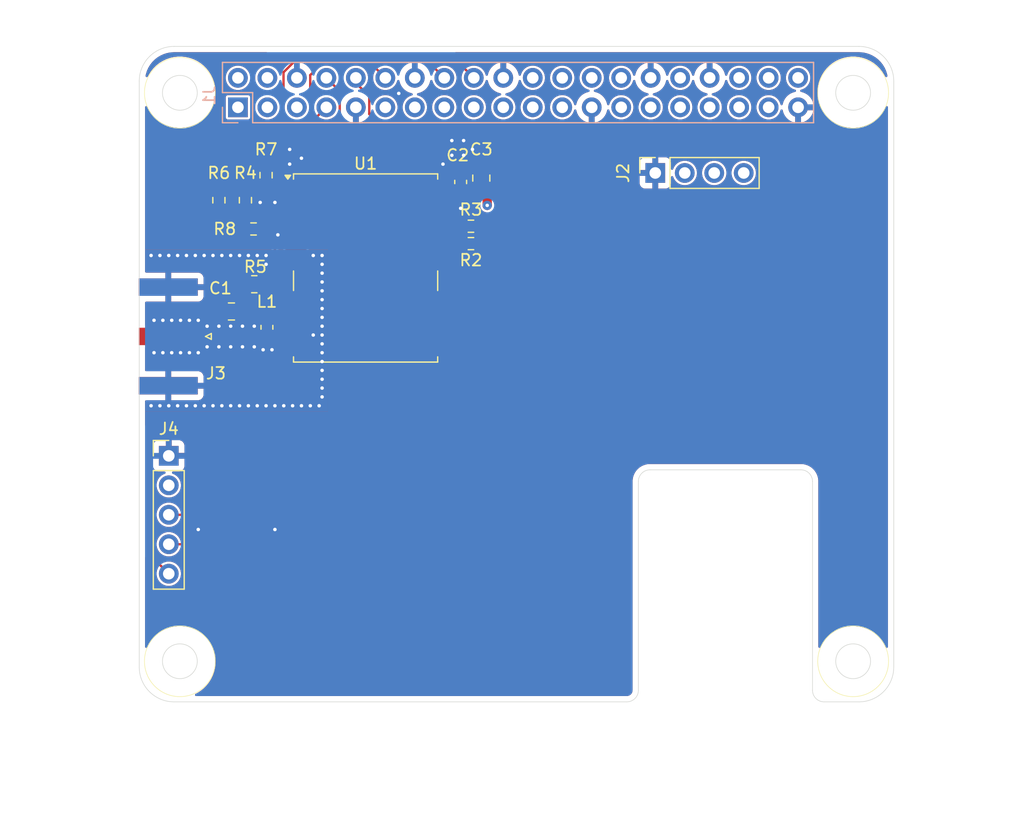
<source format=kicad_pcb>
(kicad_pcb (version 20241229) (generator "pcbnew") (generator_version "9.0")
  (layers (0 "F.Cu" signal) (4 "In1.Cu" signal) (6 "In2.Cu" signal) (2 "B.Cu" signal) (13 "F.Paste" user) (15 "B.Paste" user) (5 "F.SilkS" user "F.Silkscreen") (7 "B.SilkS" user "B.Silkscreen") (1 "F.Mask" user) (3 "B.Mask" user) (25 "Edge.Cuts" user))
  (net 0 "")
  (net 1 "GND")
  (net 2 "UART_TX")
  (net 3 "+3.3V")
  (net 4 "UART_RX")
  (net 5 "+5V")
  (net 6 "SCL")
  (net 7 "SDA")
  (net 8 "Net-(J3-In)")
  (net 11 "PPS")
  (net 40 "Net-(U1-TXD)")
  (net 41 "Net-(U1-RXD)")
  (net 42 "Net-(U1-TIMEPULSE)")
  (net 43 "Net-(U1-VCC_RF)")
  (net 44 "VCC_BCKP")
  (net 45 "Net-(C1-Pad1)")
  (net 46 "RESET")
  (net 47 "Net-(U1-~{RESET})")
  (net 48 "Net-(U1-SAFEBOOT_N)")
  (net 49 "SAFEBOOT")
  (net 50 "EXTINT")
  (net 51 "Net-(U1-EXTINT)")
  (footprint "Resistor_SMD:R_0805_2012Metric" (layer "F.Cu") (at 168.9125 51.5 180)
    (property "Reference" "R5" (at -0.0875 1.5 0) (layer "F.SilkS"))
    (property "Value" "10")
    (fp_line (start -0.227064 0.735) (end 0.227064 0.735) (stroke (width 0.12)) (layer "F.SilkS"))
    (fp_line (start -0.227064 -0.735) (end 0.227064 -0.735) (stroke (width 0.12)) (layer "F.SilkS"))
    (pad "1" smd roundrect (at -0.9125 0 180) (size 1.025 1.4) (layers "F.Cu" "F.Mask" "F.Paste") (roundrect_rratio 0.243902) (net 43 "Net-(U1-VCC_RF)"))
    (pad "2" smd roundrect (at 0.9125 0 180) (size 1.025 1.4) (layers "F.Cu" "F.Mask" "F.Paste") (roundrect_rratio 0.243902) (net 45 "Net-(C1-Pad1)"))
  )
  (footprint "Capacitor_SMD:C_0603_1608Metric" (layer "F.Cu") (at 186.69 42.685 -90)
    (property "Reference" "C2" (at -2.299 0.254 180) (layer "F.SilkS"))
    (property "Value" "1u")
    (fp_line (start -0.14058 0.51) (end 0.14058 0.51) (stroke (width 0.12)) (layer "F.SilkS"))
    (fp_line (start -0.14058 -0.51) (end 0.14058 -0.51) (stroke (width 0.12)) (layer "F.SilkS"))
    (pad "1" smd roundrect (at -0.775 0 270) (size 0.9 0.95) (layers "F.Cu" "F.Mask" "F.Paste") (net 1 "GND"))
    (pad "2" smd roundrect (at 0.775 0 270) (size 0.9 0.95) (layers "F.Cu" "F.Mask" "F.Paste") (net 3 "+3.3V"))
  )
  (footprint "Resistor_SMD:R_0603_1608Metric" (layer "F.Cu") (at 168.847 46.736)
    (property "Reference" "R8" (at -2.477 0 0) (layer "F.SilkS"))
    (property "Value" "33")
    (fp_line (start -0.237258 -0.5225) (end 0.237258 -0.5225) (stroke (width 0.12)) (layer "F.SilkS"))
    (fp_line (start -0.237258 0.5225) (end 0.237258 0.5225) (stroke (width 0.12)) (layer "F.SilkS"))
    (pad "1" smd roundrect (at -0.825 0) (size 0.8 0.95) (layers "F.Cu" "F.Mask" "F.Paste") (net 50 "EXTINT"))
    (pad "2" smd roundrect (at 0.825 0) (size 0.8 0.95) (layers "F.Cu" "F.Mask" "F.Paste") (net 51 "Net-(U1-EXTINT)"))
  )
  (footprint "Resistor_SMD:R_0603_1608Metric" (layer "F.Cu") (at 169.926 42.101 -90)
    (property "Reference" "R7" (at -2.223 0 180) (layer "F.SilkS"))
    (property "Value" "33")
    (fp_line (start -0.237258 0.5225) (end 0.237258 0.5225) (stroke (width 0.12)) (layer "F.SilkS"))
    (fp_line (start -0.237258 -0.5225) (end 0.237258 -0.5225) (stroke (width 0.12)) (layer "F.SilkS"))
    (pad "1" smd roundrect (at -0.825 0 270) (size 0.8 0.95) (layers "F.Cu" "F.Mask" "F.Paste") (net 49 "SAFEBOOT"))
    (pad "2" smd roundrect (at 0.825 0 270) (size 0.8 0.95) (layers "F.Cu" "F.Mask" "F.Paste") (net 48 "Net-(U1-SAFEBOOT_N)"))
  )
  (footprint "Capacitor_SMD:C_0805_2012Metric" (layer "F.Cu") (at 188.468 42.352 -90)
    (property "Reference" "C3" (at -2.474 0 180) (layer "F.SilkS"))
    (property "Value" "22u")
    (fp_line (start -0.261252 0.735) (end 0.261252 0.735) (stroke (width 0.12)) (layer "F.SilkS"))
    (fp_line (start -0.261252 -0.735) (end 0.261252 -0.735) (stroke (width 0.12)) (layer "F.SilkS"))
    (pad "1" smd roundrect (at -0.95 0 270) (size 1 1.45) (layers "F.Cu" "F.Mask" "F.Paste") (net 1 "GND"))
    (pad "2" smd roundrect (at 0.95 0 270) (size 1 1.45) (layers "F.Cu" "F.Mask" "F.Paste") (net 3 "+3.3V"))
  )
  (footprint "RF_GPS:ublox_NEO" (layer "F.Cu") (at 178.5 50.1)
    (property "Reference" "U1" (at 0 -9 0) (layer "F.SilkS"))
    (property "Value" "NEO-F10T")
    (fp_line (start -6.21 -8.11) (end -6.21 -7.66) (stroke (width 0.12)) (layer "F.SilkS"))
    (fp_line (start -6.21 -8.11) (end 6.21 -8.11) (stroke (width 0.12)) (layer "F.SilkS"))
    (fp_line (start -6.21 0.26) (end -6.21 1.94) (stroke (width 0.12)) (layer "F.SilkS"))
    (fp_line (start -6.21 7.66) (end -6.21 8.11) (stroke (width 0.12)) (layer "F.SilkS"))
    (fp_line (start -6.21 8.11) (end 6.21 8.11) (stroke (width 0.12)) (layer "F.SilkS"))
    (fp_line (start 6.21 -8.11) (end 6.21 -7.66) (stroke (width 0.12)) (layer "F.SilkS"))
    (fp_line (start 6.21 0.26) (end 6.21 1.94) (stroke (width 0.12)) (layer "F.SilkS"))
    (fp_line (start 6.21 7.66) (end 6.21 8.1) (stroke (width 0.12)) (layer "F.SilkS"))
    (fp_poly (pts (xy -6.7 -7.66) (xy -6.94 -7.99) (xy -6.46 -7.99) (xy -6.7 -7.66)) (stroke (width 0.12)) (fill yes) (layer "F.SilkS"))
    (pad "1" smd roundrect (at -6 -7) (size 1.8 0.8) (layers "F.Cu" "F.Mask" "F.Paste") (net 48 "Net-(U1-SAFEBOOT_N)"))
    (pad "2" smd roundrect (at -6 -5.9) (size 1.8 0.8) (layers "F.Cu" "F.Mask" "F.Paste"))
    (pad "3" smd roundrect (at -6 -4.8) (size 1.8 0.8) (layers "F.Cu" "F.Mask" "F.Paste") (net 42 "Net-(U1-TIMEPULSE)"))
    (pad "4" smd roundrect (at -6 -3.7) (size 1.8 0.8) (layers "F.Cu" "F.Mask" "F.Paste") (net 51 "Net-(U1-EXTINT)"))
    (pad "5" smd roundrect (at -6 -2.6) (size 1.8 0.8) (layers "F.Cu" "F.Mask" "F.Paste"))
    (pad "6" smd roundrect (at -6 -1.5) (size 1.8 0.8) (layers "F.Cu" "F.Mask" "F.Paste"))
    (pad "7" smd roundrect (at -6 -0.4) (size 1.8 0.8) (layers "F.Cu" "F.Mask" "F.Paste"))
    (pad "8" smd roundrect (at -6 2.6) (size 1.8 0.8) (layers "F.Cu" "F.Mask" "F.Paste") (net 47 "Net-(U1-~{RESET})"))
    (pad "9" smd roundrect (at -6 3.7) (size 1.8 0.8) (layers "F.Cu" "F.Mask" "F.Paste") (net 43 "Net-(U1-VCC_RF)"))
    (pad "10" smd roundrect (at -6 4.8) (size 1.8 0.8) (layers "F.Cu" "F.Mask" "F.Paste") (net 1 "GND"))
    (pad "11" smd roundrect (at -6 5.9) (size 1.8 0.8) (layers "F.Cu" "F.Mask" "F.Paste") (net 8 "Net-(J3-In)"))
    (pad "12" smd roundrect (at -6 7) (size 1.8 0.8) (layers "F.Cu" "F.Mask" "F.Paste") (net 1 "GND"))
    (pad "13" smd roundrect (at 6 7) (size 1.8 0.8) (layers "F.Cu" "F.Mask" "F.Paste") (net 1 "GND"))
    (pad "14" smd roundrect (at 6 5.9) (size 1.8 0.8) (layers "F.Cu" "F.Mask" "F.Paste"))
    (pad "15" smd roundrect (at 6 4.8) (size 1.8 0.8) (layers "F.Cu" "F.Mask" "F.Paste"))
    (pad "16" smd roundrect (at 6 3.7) (size 1.8 0.8) (layers "F.Cu" "F.Mask" "F.Paste"))
    (pad "17" smd roundrect (at 6 2.6) (size 1.8 0.8) (layers "F.Cu" "F.Mask" "F.Paste"))
    (pad "18" smd roundrect (at 6 -0.4) (size 1.8 0.8) (layers "F.Cu" "F.Mask" "F.Paste"))
    (pad "19" smd roundrect (at 6 -1.5) (size 1.8 0.8) (layers "F.Cu" "F.Mask" "F.Paste"))
    (pad "20" smd roundrect (at 6 -2.6) (size 1.8 0.8) (layers "F.Cu" "F.Mask" "F.Paste") (net 40 "Net-(U1-TXD)"))
    (pad "21" smd roundrect (at 6 -3.7) (size 1.8 0.8) (layers "F.Cu" "F.Mask" "F.Paste") (net 41 "Net-(U1-RXD)"))
    (pad "22" smd roundrect (at 6 -4.8) (size 1.8 0.8) (layers "F.Cu" "F.Mask" "F.Paste") (net 44 "VCC_BCKP"))
    (pad "23" smd roundrect (at 6 -5.9) (size 1.8 0.8) (layers "F.Cu" "F.Mask" "F.Paste") (net 3 "+3.3V"))
    (pad "24" smd roundrect (at 6 -7) (size 1.8 0.8) (layers "F.Cu" "F.Mask" "F.Paste") (net 1 "GND"))
  )
  (footprint "Resistor_SMD:R_0603_1608Metric" (layer "F.Cu") (at 187.575 46.5)
    (property "Reference" "R3" (at 0 -1.43 0) (layer "F.SilkS"))
    (property "Value" "33")
    (fp_line (start -0.237258 -0.5225) (end 0.237258 -0.5225) (stroke (width 0.12)) (layer "F.SilkS"))
    (fp_line (start -0.237258 0.5225) (end 0.237258 0.5225) (stroke (width 0.12)) (layer "F.SilkS"))
    (pad "1" smd roundrect (at -0.825 0) (size 0.8 0.95) (layers "F.Cu" "F.Mask" "F.Paste") (net 41 "Net-(U1-RXD)"))
    (pad "2" smd roundrect (at 0.825 0) (size 0.8 0.95) (layers "F.Cu" "F.Mask" "F.Paste") (net 2 "UART_TX"))
  )
  (footprint "Inductor_SMD:L_0603_1608Metric" (layer "F.Cu") (at 170 55.2125 -90)
    (property "Reference" "L1" (at -2.2125 0 180) (layer "F.SilkS"))
    (property "Value" "47n")
    (fp_line (start -0.162779 0.51) (end 0.162779 0.51) (stroke (width 0.12)) (layer "F.SilkS"))
    (fp_line (start -0.162779 -0.51) (end 0.162779 -0.51) (stroke (width 0.12)) (layer "F.SilkS"))
    (pad "1" smd roundrect (at -0.7875 0 270) (size 0.875 0.95) (layers "F.Cu" "F.Mask" "F.Paste") (net 45 "Net-(C1-Pad1)"))
    (pad "2" smd roundrect (at 0.7875 0 270) (size 0.875 0.95) (layers "F.Cu" "F.Mask" "F.Paste") (net 8 "Net-(J3-In)"))
  )
  (footprint "Connector_Coaxial:SMA_Amphenol_132289_EdgeMount" (layer "F.Cu") (at 161.5 56 180)
    (property "Reference" "J3" (at -4.108 -3.182 180) (layer "F.SilkS"))
    (property "Value" "SMA")
    (fp_line (start -3.21 0) (end -3.71 -0.25) (stroke (width 0.12)) (layer "F.SilkS"))
    (fp_line (start -3.71 0.25) (end -3.21 0) (stroke (width 0.12)) (layer "F.SilkS"))
    (fp_line (start -3.71 -0.25) (end -3.71 0.25) (stroke (width 0.12)) (layer "F.SilkS"))
    (pad "1" smd rect (at 0 0 270) (size 1.5 5.08) (layers "F.Cu" "F.Mask" "F.Paste") (net 8 "Net-(J3-In)"))
    (pad "2" smd rect (at 0 -4.25 270) (size 1.5 5.08) (layers "F.Cu" "F.Mask" "F.Paste") (net 1 "GND"))
    (pad "2" smd rect (at 0 -4.25 270) (size 1.5 5.08) (layers "B.Cu" "B.Mask" "B.Paste") (net 1 "GND"))
    (pad "2" smd rect (at 0 4.25 270) (size 1.5 5.08) (layers "F.Cu" "F.Mask" "F.Paste") (net 1 "GND"))
    (pad "2" smd rect (at 0 4.25 270) (size 1.5 5.08) (layers "B.Cu" "B.Mask" "B.Paste") (net 1 "GND"))
  )
  (footprint "Connector_PinHeader_2.54mm:PinHeader_1x05_P2.54mm_Vertical" (layer "F.Cu") (at 161.544 66.294)
    (property "Reference" "J4" (at 0 -2.33 0) (layer "F.SilkS"))
    (property "Value" "EXTERNAL")
    (fp_line (start -1.33 -1.33) (end 0 -1.33) (stroke (width 0.12)) (layer "F.SilkS"))
    (fp_line (start -1.33 0) (end -1.33 -1.33) (stroke (width 0.12)) (layer "F.SilkS"))
    (fp_line (start -1.33 1.27) (end -1.33 11.49) (stroke (width 0.12)) (layer "F.SilkS"))
    (fp_line (start -1.33 1.27) (end 1.33 1.27) (stroke (width 0.12)) (layer "F.SilkS"))
    (fp_line (start -1.33 11.49) (end 1.33 11.49) (stroke (width 0.12)) (layer "F.SilkS"))
    (fp_line (start 1.33 1.27) (end 1.33 11.49) (stroke (width 0.12)) (layer "F.SilkS"))
    (pad "1" thru_hole rect (at 0 0) (size 1.7 1.7) (drill 1) (layers "*.Cu" "*.Mask") (net 1 "GND"))
    (pad "2" thru_hole oval (at 0 2.54) (size 1.7 1.7) (drill 1) (layers "*.Cu" "*.Mask") (net 3 "+3.3V"))
    (pad "3" thru_hole oval (at 0 5.08) (size 1.7 1.7) (drill 1) (layers "*.Cu" "*.Mask") (net 2 "UART_TX"))
    (pad "4" thru_hole oval (at 0 7.62) (size 1.7 1.7) (drill 1) (layers "*.Cu" "*.Mask") (net 4 "UART_RX"))
    (pad "5" thru_hole oval (at 0 10.16) (size 1.7 1.7) (drill 1) (layers "*.Cu" "*.Mask") (net 11 "PPS"))
  )
  (footprint "Resistor_SMD:R_0603_1608Metric" (layer "F.Cu") (at 187.575 48 180)
    (property "Reference" "R2" (at 0 -1.43 0) (layer "F.SilkS"))
    (property "Value" "33")
    (fp_line (start -0.237258 0.5225) (end 0.237258 0.5225) (stroke (width 0.12)) (layer "F.SilkS"))
    (fp_line (start -0.237258 -0.5225) (end 0.237258 -0.5225) (stroke (width 0.12)) (layer "F.SilkS"))
    (pad "1" smd roundrect (at -0.825 0 180) (size 0.8 0.95) (layers "F.Cu" "F.Mask" "F.Paste") (net 4 "UART_RX"))
    (pad "2" smd roundrect (at 0.825 0 180) (size 0.8 0.95) (layers "F.Cu" "F.Mask" "F.Paste") (net 40 "Net-(U1-TXD)"))
  )
  (footprint "Connector_PinSocket_2.54mm:PinSocket_1x04_P2.54mm_Vertical" (layer "F.Cu") (at 203.454 41.91 90)
    (property "Reference" "J2" (at 0 -2.77 90) (layer "F.SilkS"))
    (property "Value" "OLED")
    (fp_line (start 1.33 -1.33) (end 1.33 0) (stroke (width 0.12)) (layer "F.SilkS"))
    (fp_line (start 0 -1.33) (end 1.33 -1.33) (stroke (width 0.12)) (layer "F.SilkS"))
    (fp_line (start 1.33 1.27) (end 1.33 8.95) (stroke (width 0.12)) (layer "F.SilkS"))
    (fp_line (start -1.33 1.27) (end 1.33 1.27) (stroke (width 0.12)) (layer "F.SilkS"))
    (fp_line (start -1.33 1.27) (end -1.33 8.95) (stroke (width 0.12)) (layer "F.SilkS"))
    (fp_line (start -1.33 8.95) (end 1.33 8.95) (stroke (width 0.12)) (layer "F.SilkS"))
    (pad "1" thru_hole rect (at 0 0 90) (size 1.7 1.7) (drill 1) (layers "*.Cu" "*.Mask") (net 1 "GND"))
    (pad "2" thru_hole oval (at 0 2.54 90) (size 1.7 1.7) (drill 1) (layers "*.Cu" "*.Mask") (net 3 "+3.3V"))
    (pad "3" thru_hole oval (at 0 5.08 90) (size 1.7 1.7) (drill 1) (layers "*.Cu" "*.Mask") (net 6 "SCL"))
    (pad "4" thru_hole oval (at 0 7.62 90) (size 1.7 1.7) (drill 1) (layers "*.Cu" "*.Mask") (net 7 "SDA"))
  )
  (footprint "Resistor_SMD:R_0603_1608Metric" (layer "F.Cu") (at 165.862 44.259 90)
    (property "Reference" "R6" (at 2.349 0 180) (layer "F.SilkS"))
    (property "Value" "33")
    (fp_line (start -0.237258 -0.5225) (end 0.237258 -0.5225) (stroke (width 0.12)) (layer "F.SilkS"))
    (fp_line (start -0.237258 0.5225) (end 0.237258 0.5225) (stroke (width 0.12)) (layer "F.SilkS"))
    (pad "1" smd roundrect (at -0.825 0 90) (size 0.8 0.95) (layers "F.Cu" "F.Mask" "F.Paste") (net 47 "Net-(U1-~{RESET})"))
    (pad "2" smd roundrect (at 0.825 0 90) (size 0.8 0.95) (layers "F.Cu" "F.Mask" "F.Paste") (net 46 "RESET"))
  )
  (footprint "Capacitor_SMD:C_0805_2012Metric" (layer "F.Cu") (at 166.944 53.848 180)
    (property "Reference" "C1" (at 0.95 2 0) (layer "F.SilkS"))
    (property "Value" "10n")
    (fp_line (start -0.261252 0.735) (end 0.261252 0.735) (stroke (width 0.12)) (layer "F.SilkS"))
    (fp_line (start -0.261252 -0.735) (end 0.261252 -0.735) (stroke (width 0.12)) (layer "F.SilkS"))
    (pad "1" smd roundrect (at -0.95 0 180) (size 1 1.45) (layers "F.Cu" "F.Mask" "F.Paste") (net 45 "Net-(C1-Pad1)"))
    (pad "2" smd roundrect (at 0.95 0 180) (size 1 1.45) (layers "F.Cu" "F.Mask" "F.Paste") (net 1 "GND"))
  )
  (footprint "Resistor_SMD:R_0603_1608Metric" (layer "F.Cu") (at 168.148 44.259 -90)
    (property "Reference" "R4" (at -2.349 0 180) (layer "F.SilkS"))
    (property "Value" "33")
    (fp_line (start -0.237258 0.5225) (end 0.237258 0.5225) (stroke (width 0.12)) (layer "F.SilkS"))
    (fp_line (start -0.237258 -0.5225) (end 0.237258 -0.5225) (stroke (width 0.12)) (layer "F.SilkS"))
    (pad "1" smd roundrect (at -0.825 0 270) (size 0.8 0.95) (layers "F.Cu" "F.Mask" "F.Paste") (net 11 "PPS"))
    (pad "2" smd roundrect (at 0.825 0 270) (size 0.8 0.95) (layers "F.Cu" "F.Mask" "F.Paste") (net 42 "Net-(U1-TIMEPULSE)"))
  )
  (footprint "Connector_PinSocket_2.54mm:PinSocket_2x20_P2.54mm_Vertical" (layer "B.Cu") (at 167.5 36.25 -90)
    (property "Reference" "J1" (at -1 2.46 90) (layer "B.SilkS") (effects (justify mirror)))
    (property "Value" "Raspberry_Pi_4")
    (fp_line (start -3.87 1.33) (end -1.27 1.33) (stroke (width 0.12)) (layer "B.SilkS"))
    (fp_line (start -3.87 1.33) (end -3.87 -49.59) (stroke (width 0.12)) (layer "B.SilkS"))
    (fp_line (start -1.27 1.33) (end -1.27 -1.27) (stroke (width 0.12)) (layer "B.SilkS"))
    (fp_line (start 0 1.33) (end 1.33 1.33) (stroke (width 0.12)) (layer "B.SilkS"))
    (fp_line (start 1.33 1.33) (end 1.33 0) (stroke (width 0.12)) (layer "B.SilkS"))
    (fp_line (start -1.27 -1.27) (end 1.33 -1.27) (stroke (width 0.12)) (layer "B.SilkS"))
    (fp_line (start 1.33 -1.27) (end 1.33 -49.59) (stroke (width 0.12)) (layer "B.SilkS"))
    (fp_line (start -3.87 -49.59) (end 1.33 -49.59) (stroke (width 0.12)) (layer "B.SilkS"))
    (pad "1" thru_hole rect (at 0 0 270) (size 1.7 1.7) (drill 1) (layers "*.Cu" "*.Mask") (net 3 "+3.3V"))
    (pad "2" thru_hole oval (at -2.54 0 270) (size 1.7 1.7) (drill 1) (layers "*.Cu" "*.Mask") (net 5 "+5V"))
    (pad "3" thru_hole oval (at 0 -2.54 270) (size 1.7 1.7) (drill 1) (layers "*.Cu" "*.Mask") (net 7 "SDA"))
    (pad "4" thru_hole oval (at -2.54 -2.54 270) (size 1.7 1.7) (drill 1) (layers "*.Cu" "*.Mask") (net 5 "+5V"))
    (pad "5" thru_hole oval (at 0 -5.08 270) (size 1.7 1.7) (drill 1) (layers "*.Cu" "*.Mask") (net 6 "SCL"))
    (pad "6" thru_hole oval (at -2.54 -5.08 270) (size 1.7 1.7) (drill 1) (layers "*.Cu" "*.Mask") (net 1 "GND"))
    (pad "7" thru_hole oval (at 0 -7.62 270) (size 1.7 1.7) (drill 1) (layers "*.Cu" "*.Mask") (net 11 "PPS"))
    (pad "8" thru_hole oval (at -2.54 -7.62 270) (size 1.7 1.7) (drill 1) (layers "*.Cu" "*.Mask") (net 2 "UART_TX"))
    (pad "9" thru_hole oval (at 0 -10.16 270) (size 1.7 1.7) (drill 1) (layers "*.Cu" "*.Mask") (net 1 "GND"))
    (pad "10" thru_hole oval (at -2.54 -10.16 270) (size 1.7 1.7) (drill 1) (layers "*.Cu" "*.Mask") (net 4 "UART_RX"))
    (pad "11" thru_hole oval (at 0 -12.7 270) (size 1.7 1.7) (drill 1) (layers "*.Cu" "*.Mask"))
    (pad "12" thru_hole oval (at -2.54 -12.7 270) (size 1.7 1.7) (drill 1) (layers "*.Cu" "*.Mask") (net 49 "SAFEBOOT"))
    (pad "13" thru_hole oval (at 0 -15.24 270) (size 1.7 1.7) (drill 1) (layers "*.Cu" "*.Mask"))
    (pad "14" thru_hole oval (at -2.54 -15.24 270) (size 1.7 1.7) (drill 1) (layers "*.Cu" "*.Mask") (net 1 "GND"))
    (pad "15" thru_hole oval (at 0 -17.78 270) (size 1.7 1.7) (drill 1) (layers "*.Cu" "*.Mask"))
    (pad "16" thru_hole oval (at -2.54 -17.78 270) (size 1.7 1.7) (drill 1) (layers "*.Cu" "*.Mask") (net 50 "EXTINT"))
    (pad "17" thru_hole oval (at 0 -20.32 270) (size 1.7 1.7) (drill 1) (layers "*.Cu" "*.Mask") (net 3 "+3.3V"))
    (pad "18" thru_hole oval (at -2.54 -20.32 270) (size 1.7 1.7) (drill 1) (layers "*.Cu" "*.Mask") (net 46 "RESET"))
    (pad "19" thru_hole oval (at 0 -22.86 270) (size 1.7 1.7) (drill 1) (layers "*.Cu" "*.Mask"))
    (pad "20" thru_hole oval (at -2.54 -22.86 270) (size 1.7 1.7) (drill 1) (layers "*.Cu" "*.Mask") (net 1 "GND"))
    (pad "21" thru_hole oval (at 0 -25.4 270) (size 1.7 1.7) (drill 1) (layers "*.Cu" "*.Mask"))
    (pad "22" thru_hole oval (at -2.54 -25.4 270) (size 1.7 1.7) (drill 1) (layers "*.Cu" "*.Mask"))
    (pad "23" thru_hole oval (at 0 -27.94 270) (size 1.7 1.7) (drill 1) (layers "*.Cu" "*.Mask"))
    (pad "24" thru_hole oval (at -2.54 -27.94 270) (size 1.7 1.7) (drill 1) (layers "*.Cu" "*.Mask"))
    (pad "25" thru_hole oval (at 0 -30.48 270) (size 1.7 1.7) (drill 1) (layers "*.Cu" "*.Mask") (net 1 "GND"))
    (pad "26" thru_hole oval (at -2.54 -30.48 270) (size 1.7 1.7) (drill 1) (layers "*.Cu" "*.Mask"))
    (pad "27" thru_hole oval (at 0 -33.02 270) (size 1.7 1.7) (drill 1) (layers "*.Cu" "*.Mask"))
    (pad "28" thru_hole oval (at -2.54 -33.02 270) (size 1.7 1.7) (drill 1) (layers "*.Cu" "*.Mask"))
    (pad "29" thru_hole oval (at 0 -35.56 270) (size 1.7 1.7) (drill 1) (layers "*.Cu" "*.Mask"))
    (pad "30" thru_hole oval (at -2.54 -35.56 270) (size 1.7 1.7) (drill 1) (layers "*.Cu" "*.Mask") (net 1 "GND"))
    (pad "31" thru_hole oval (at 0 -38.1 270) (size 1.7 1.7) (drill 1) (layers "*.Cu" "*.Mask"))
    (pad "32" thru_hole oval (at -2.54 -38.1 270) (size 1.7 1.7) (drill 1) (layers "*.Cu" "*.Mask"))
    (pad "33" thru_hole oval (at 0 -40.64 270) (size 1.7 1.7) (drill 1) (layers "*.Cu" "*.Mask"))
    (pad "34" thru_hole oval (at -2.54 -40.64 270) (size 1.7 1.7) (drill 1) (layers "*.Cu" "*.Mask") (net 1 "GND"))
    (pad "35" thru_hole oval (at 0 -43.18 270) (size 1.7 1.7) (drill 1) (layers "*.Cu" "*.Mask"))
    (pad "36" thru_hole oval (at -2.54 -43.18 270) (size 1.7 1.7) (drill 1) (layers "*.Cu" "*.Mask"))
    (pad "37" thru_hole oval (at 0 -45.72 270) (size 1.7 1.7) (drill 1) (layers "*.Cu" "*.Mask"))
    (pad "38" thru_hole oval (at -2.54 -45.72 270) (size 1.7 1.7) (drill 1) (layers "*.Cu" "*.Mask"))
    (pad "39" thru_hole oval (at 0 -48.26 270) (size 1.7 1.7) (drill 1) (layers "*.Cu" "*.Mask") (net 1 "GND"))
    (pad "40" thru_hole oval (at -2.54 -48.26 270) (size 1.7 1.7) (drill 1) (layers "*.Cu" "*.Mask"))
  )
  (gr_circle (center 220.5 84) (end 220.5 87.05) (stroke (width 0.05)) (fill no) (layer "F.SilkS"))
  (gr_circle (center 220.5 35) (end 220.5 38.05) (stroke (width 0.05)) (fill no) (layer "F.SilkS"))
  (gr_circle (center 162.5 84) (end 162.5 87.05) (stroke (width 0.05)) (fill no) (layer "F.SilkS"))
  (gr_circle (center 162.5 35) (end 162.5 38.05) (stroke (width 0.05)) (fill no) (layer "F.SilkS"))
  (gr_circle (center 220.5 35) (end 220.5 36.5) (stroke (width 0.05)) (fill no) (layer "Edge.Cuts"))
  (gr_line (start 162 31) (end 221 31) (stroke (width 0.05)) (layer "Edge.Cuts"))
  (gr_line (start 201 87.5) (end 162 87.5) (stroke (width 0.05)) (layer "Edge.Cuts"))
  (gr_circle (center 162.5 35) (end 162.5 36.5) (stroke (width 0.05)) (fill no) (layer "Edge.Cuts"))
  (gr_line (start 159 84.5) (end 159 34) (stroke (width 0.05)) (layer "Edge.Cuts"))
  (gr_arc (start 218 87.5) (mid 217.292893 87.207107) (end 217 86.5) (stroke (width 0.05)) (layer "Edge.Cuts"))
  (gr_circle (center 162.5 84) (end 162.5 85.5) (stroke (width 0.05)) (fill no) (layer "Edge.Cuts"))
  (gr_line (start 217 68.5) (end 217 86.5) (stroke (width 0.05)) (layer "Edge.Cuts"))
  (gr_arc (start 159 34) (mid 159.87868 31.87868) (end 162 31) (stroke (width 0.05)) (layer "Edge.Cuts"))
  (gr_line (start 224 34) (end 224 84.5) (stroke (width 0.05)) (layer "Edge.Cuts"))
  (gr_arc (start 162 87.5) (mid 159.87868 86.62132) (end 159 84.5) (stroke (width 0.05)) (layer "Edge.Cuts"))
  (gr_circle (center 220.5 84) (end 220.5 85.5) (stroke (width 0.05)) (fill no) (layer "Edge.Cuts"))
  (gr_arc (start 216 67.5) (mid 216.707107 67.792893) (end 217 68.5) (stroke (width 0.05)) (layer "Edge.Cuts"))
  (gr_arc (start 202 68.5) (mid 202.292893 67.792893) (end 203 67.5) (stroke (width 0.05)) (layer "Edge.Cuts"))
  (gr_line (start 202 86.5) (end 202 68.5) (stroke (width 0.05)) (layer "Edge.Cuts"))
  (gr_arc (start 202 86.5) (mid 201.707107 87.207107) (end 201 87.5) (stroke (width 0.05)) (layer "Edge.Cuts"))
  (gr_line (start 203 67.5) (end 216 67.5) (stroke (width 0.05)) (layer "Edge.Cuts"))
  (gr_arc (start 221 31) (mid 223.12132 31.87868) (end 224 34) (stroke (width 0.05)) (layer "Edge.Cuts"))
  (gr_line (start 221 87.5) (end 218 87.5) (stroke (width 0.05)) (layer "Edge.Cuts"))
  (gr_arc (start 224 84.5) (mid 223.12132 86.62132) (end 221 87.5) (stroke (width 0.05)) (layer "Edge.Cuts"))
  (via (at 169.926 61.976) (size 0.6) (drill 0.3) (layers "F.Cu" "B.Cu") (net 1))
  (via (at 167.64 49.022) (size 0.6) (drill 0.3) (layers "F.Cu" "B.Cu") (net 1))
  (via (at 174.752 58.166) (size 0.6) (drill 0.3) (layers "F.Cu" "B.Cu") (net 1))
  (via (at 166.878 49.022) (size 0.6) (drill 0.3) (layers "F.Cu" "B.Cu") (net 1))
  (via (at 174.752 50.546) (size 0.6) (drill 0.3) (layers "F.Cu" "B.Cu") (net 1))
  (via (at 160.02 61.976) (size 0.6) (drill 0.3) (layers "F.Cu" "B.Cu") (net 1))
  (via (at 162.306 49.022) (size 0.6) (drill 0.3) (layers "F.Cu" "B.Cu") (net 1))
  (via (at 167.894 56.896) (size 0.6) (drill 0.3) (layers "F.Cu" "B.Cu") (net 1))
  (via (at 174.752 56.642) (size 0.6) (drill 0.3) (layers "F.Cu" "B.Cu") (net 1))
  (via (at 173.99 49.022) (size 0.6) (drill 0.3) (layers "F.Cu" "B.Cu") (net 1))
  (via (at 160.02 49.022) (size 0.6) (drill 0.3) (layers "F.Cu" "B.Cu") (net 1))
  (via (at 174.752 55.88) (size 0.6) (drill 0.3) (layers "F.Cu" "B.Cu") (net 1))
  (via (at 160.782 61.976) (size 0.6) (drill 0.3) (layers "F.Cu" "B.Cu") (net 1))
  (via (at 161.798 57.404) (size 0.6) (drill 0.3) (layers "F.Cu" "B.Cu") (net 1))
  (via (at 162.306 61.976) (size 0.6) (drill 0.3) (layers "F.Cu" "B.Cu") (net 1))
  (via (at 174.498 61.976) (size 0.6) (drill 0.3) (layers "F.Cu" "B.Cu") (net 1))
  (via (at 170.942 47.244) (size 0.6) (drill 0.3) (layers "F.Cu" "B.Cu") (net 1))
  (via (at 167.64 61.976) (size 0.6) (drill 0.3) (layers "F.Cu" "B.Cu") (net 1))
  (via (at 174.752 52.832) (size 0.6) (drill 0.3) (layers "F.Cu" "B.Cu") (net 1))
  (via (at 174.752 57.404) (size 0.6) (drill 0.3) (layers "F.Cu" "B.Cu") (net 1))
  (via (at 168.402 49.022) (size 0.6) (drill 0.3) (layers "F.Cu" "B.Cu") (net 1))
  (via (at 174.752 49.022) (size 0.6) (drill 0.3) (layers "F.Cu" "B.Cu") (net 1))
  (via (at 161.544 61.976) (size 0.6) (drill 0.3) (layers "F.Cu" "B.Cu") (net 1))
  (via (at 185.928 40.386) (size 0.6) (drill 0.3) (layers "F.Cu" "B.Cu") (net 1))
  (via (at 170.688 44.45) (size 0.6) (drill 0.3) (layers "F.Cu" "B.Cu") (net 1))
  (via (at 173.736 61.976) (size 0.6) (drill 0.3) (layers "F.Cu" "B.Cu") (net 1))
  (via (at 186.69 44.958) (size 0.6) (drill 0.3) (layers "F.Cu" "B.Cu") (net 1))
  (via (at 172.212 61.976) (size 0.6) (drill 0.3) (layers "F.Cu" "B.Cu") (net 1))
  (via (at 164.846 56.896) (size 0.6) (drill 0.3) (layers "F.Cu" "B.Cu") (net 1))
  (via (at 161.036 54.61) (size 0.6) (drill 0.3) (layers "F.Cu" "B.Cu") (net 1))
  (via (at 161.544 49.022) (size 0.6) (drill 0.3) (layers "F.Cu" "B.Cu") (net 1))
  (via (at 174.752 51.308) (size 0.6) (drill 0.3) (layers "F.Cu" "B.Cu") (net 1))
  (via (at 165.354 49.022) (size 0.6) (drill 0.3) (layers "F.Cu" "B.Cu") (net 1))
  (via (at 171.958 39.878) (size 0.6) (drill 0.3) (layers "F.Cu" "B.Cu") (net 1))
  (via (at 162.56 54.61) (size 0.6) (drill 0.3) (layers "F.Cu" "B.Cu") (net 1))
  (via (at 164.592 61.976) (size 0.6) (drill 0.3) (layers "F.Cu" "B.Cu") (net 1))
  (via (at 164.592 49.022) (size 0.6) (drill 0.3) (layers "F.Cu" "B.Cu") (net 1))
  (via (at 186.944 39.116) (size 0.6) (drill 0.3) (layers "F.Cu" "B.Cu") (net 1))
  (via (at 174.752 59.69) (size 0.6) (drill 0.3) (layers "F.Cu" "B.Cu") (net 1))
  (via (at 170.688 72.644) (size 0.6) (drill 0.3) (layers "F.Cu" "B.Cu") (net 1))
  (via (at 163.83 49.022) (size 0.6) (drill 0.3) (layers "F.Cu" "B.Cu") (net 1))
  (via (at 161.036 57.404) (size 0.6) (drill 0.3) (layers "F.Cu" "B.Cu") (net 1))
  (via (at 164.084 57.404) (size 0.6) (drill 0.3) (layers "F.Cu" "B.Cu") (net 1))
  (via (at 163.068 61.976) (size 0.6) (drill 0.3) (layers "F.Cu" "B.Cu") (net 1))
  (via (at 163.068 49.022) (size 0.6) (drill 0.3) (layers "F.Cu" "B.Cu") (net 1))
  (via (at 185.928 39.116) (size 0.6) (drill 0.3) (layers "F.Cu" "B.Cu") (net 1))
  (via (at 160.782 49.022) (size 0.6) (drill 0.3) (layers "F.Cu" "B.Cu") (net 1))
  (via (at 168.91 56.896) (size 0.6) (drill 0.3) (layers "F.Cu" "B.Cu") (net 1))
  (via (at 169.926 49.022) (size 0.6) (drill 0.3) (layers "F.Cu" "B.Cu") (net 1))
  (via (at 163.322 57.404) (size 0.6) (drill 0.3) (layers "F.Cu" "B.Cu") (net 1))
  (via (at 173.99 55.88) (size 0.6) (drill 0.3) (layers "F.Cu" "B.Cu") (net 1))
  (via (at 169.164 61.976) (size 0.6) (drill 0.3) (layers "F.Cu" "B.Cu") (net 1))
  (via (at 174.752 52.07) (size 0.6) (drill 0.3) (layers "F.Cu" "B.Cu") (net 1))
  (via (at 166.878 61.976) (size 0.6) (drill 0.3) (layers "F.Cu" "B.Cu") (net 1))
  (via (at 160.274 57.404) (size 0.6) (drill 0.3) (layers "F.Cu" "B.Cu") (net 1))
  (via (at 168.91 55.118) (size 0.6) (drill 0.3) (layers "F.Cu" "B.Cu") (net 1))
  (via (at 161.798 54.61) (size 0.6) (drill 0.3) (layers "F.Cu" "B.Cu") (net 1))
  (via (at 174.752 61.214) (size 0.6) (drill 0.3) (layers "F.Cu" "B.Cu") (net 1))
  (via (at 166.878 56.896) (size 0.6) (drill 0.3) (layers "F.Cu" "B.Cu") (net 1))
  (via (at 168.402 61.976) (size 0.6) (drill 0.3) (layers "F.Cu" "B.Cu") (net 1))
  (via (at 169.164 49.022) (size 0.6) (drill 0.3) (layers "F.Cu" "B.Cu") (net 1))
  (via (at 187.706 39.878) (size 0.6) (drill 0.3) (layers "F.Cu" "B.Cu") (net 1))
  (via (at 186.944 40.386) (size 0.6) (drill 0.3) (layers "F.Cu" "B.Cu") (net 1))
  (via (at 174.752 54.356) (size 0.6) (drill 0.3) (layers "F.Cu" "B.Cu") (net 1))
  (via (at 170.434 57.15) (size 0.6) (drill 0.3) (layers "F.Cu" "B.Cu") (net 1))
  (via (at 167.894 55.118) (size 0.6) (drill 0.3) (layers "F.Cu" "B.Cu") (net 1))
  (via (at 169.672 57.15) (size 0.6) (drill 0.3) (layers "F.Cu" "B.Cu") (net 1))
  (via (at 164.084 54.61) (size 0.6) (drill 0.3) (layers "F.Cu" "B.Cu") (net 1))
  (via (at 172.974 40.64) (size 0.6) (drill 0.3) (layers "F.Cu" "B.Cu") (net 1))
  (via (at 174.752 60.452) (size 0.6) (drill 0.3) (layers "F.Cu" "B.Cu") (net 1))
  (via (at 185.166 41.148) (size 0.6) (drill 0.3) (layers "F.Cu" "B.Cu") (net 1))
  (via (at 164.846 55.118) (size 0.6) (drill 0.3) (layers "F.Cu" "B.Cu") (net 1))
  (via (at 171.45 61.976) (size 0.6) (drill 0.3) (layers "F.Cu" "B.Cu") (net 1))
  (via (at 164.084 72.644) (size 0.6) (drill 0.3) (layers "F.Cu" "B.Cu") (net 1))
  (via (at 181.356 35.052) (size 0.6) (drill 0.3) (layers "F.Cu" "B.Cu") (net 1))
  (via (at 170.688 61.976) (size 0.6) (drill 0.3) (layers "F.Cu" "B.Cu") (net 1))
  (via (at 174.752 53.594) (size 0.6) (drill 0.3) (layers "F.Cu" "B.Cu") (net 1))
  (via (at 169.926 49.784) (size 0.6) (drill 0.3) (layers "F.Cu" "B.Cu") (net 1))
  (via (at 166.878 55.118) (size 0.6) (drill 0.3) (layers "F.Cu" "B.Cu") (net 1))
  (via (at 172.974 61.976) (size 0.6) (drill 0.3) (layers "F.Cu" "B.Cu") (net 1))
  (via (at 174.752 55.118) (size 0.6) (drill 0.3) (layers "F.Cu" "B.Cu") (net 1))
  (via (at 171.958 41.148) (size 0.6) (drill 0.3) (layers "F.Cu" "B.Cu") (net 1))
  (via (at 163.322 54.61) (size 0.6) (drill 0.3) (layers "F.Cu" "B.Cu") (net 1))
  (via (at 160.274 54.61) (size 0.6) (drill 0.3) (layers "F.Cu" "B.Cu") (net 1))
  (via (at 163.83 61.976) (size 0.6) (drill 0.3) (layers "F.Cu" "B.Cu") (net 1))
  (via (at 165.862 55.118) (size 0.6) (drill 0.3) (layers "F.Cu" "B.Cu") (net 1))
  (via (at 174.752 49.784) (size 0.6) (drill 0.3) (layers "F.Cu" "B.Cu") (net 1))
  (via (at 165.862 56.896) (size 0.6) (drill 0.3) (layers "F.Cu" "B.Cu") (net 1))
  (via (at 165.354 61.976) (size 0.6) (drill 0.3) (layers "F.Cu" "B.Cu") (net 1))
  (via (at 162.56 57.404) (size 0.6) (drill 0.3) (layers "F.Cu" "B.Cu") (net 1))
  (via (at 166.116 49.022) (size 0.6) (drill 0.3) (layers "F.Cu" "B.Cu") (net 1))
  (via (at 166.116 61.976) (size 0.6) (drill 0.3) (layers "F.Cu" "B.Cu") (net 1))
  (via (at 174.752 58.928) (size 0.6) (drill 0.3) (layers "F.Cu" "B.Cu") (net 1))
  (via (at 169.418 44.45) (size 0.6) (drill 0.3) (layers "F.Cu" "B.Cu") (net 1))
  (segment (start 187.699 47.201) (end 188.4 46.5) (width 0.2) (layer "F.Cu") (net 2))
  (segment (start 188.4 46.5) (end 189.845 45.055) (width 0.2) (layer "F.Cu") (net 2))
  (segment (start 177.292 38.1) (end 176.271 37.079) (width 0.2) (layer "F.Cu") (net 2))
  (segment (start 161.544 71.374) (end 173.1689 71.374) (width 0.2) (layer "F.Cu") (net 2))
  (segment (start 187.1389 38.1) (end 179.8511 38.1) (width 0.2) (layer "F.Cu") (net 2))
  (segment (start 179.5189 38.1) (end 177.292 38.1) (width 0.2) (layer "F.Cu") (net 2))
  (segment (start 179.8511 38.1) (end 179.5189 38.1) (width 0.2) (layer "F.Cu") (net 2))
  (segment (start 187.699 56.8439) (end 187.699 47.201) (width 0.2) (layer "F.Cu") (net 2))
  (segment (start 189.845 45.055) (end 189.845 40.8061) (width 0.2) (layer "F.Cu") (net 2))
  (segment (start 173.1689 71.374) (end 187.699 56.8439) (width 0.2) (layer "F.Cu") (net 2))
  (segment (start 189.845 40.8061) (end 187.1389 38.1) (width 0.2) (layer "F.Cu") (net 2))
  (segment (start 176.271 37.079) (end 176.271 34.861) (width 0.2) (layer "F.Cu") (net 2))
  (segment (start 176.271 34.861) (end 175.12 33.71) (width 0.2) (layer "F.Cu") (net 2))
  (segment (start 185.674 44.196) (end 184.504 44.196) (width 0.8) (layer "F.Cu") (net 3))
  (segment (start 186.69 43.46) (end 186.848 43.302) (width 0.8) (layer "F.Cu") (net 3))
  (segment (start 188.976 43.927) (end 188.976 44.704) (width 0.8) (layer "F.Cu") (net 3))
  (segment (start 184.504 44.196) (end 184.5 44.2) (width 0.2) (layer "F.Cu") (net 3))
  (segment (start 186.848 43.302) (end 188.351 43.302) (width 0.8) (layer "F.Cu") (net 3))
  (segment (start 186.69 43.46) (end 186.41 43.46) (width 0.8) (layer "F.Cu") (net 3))
  (segment (start 186.41 43.46) (end 185.674 44.196) (width 0.8) (layer "F.Cu") (net 3))
  (segment (start 188.351 43.302) (end 188.976 43.927) (width 0.8) (layer "F.Cu") (net 3))
  (via (at 188.976 44.704) (size 0.8) (drill 0.3) (layers "F.Cu" "B.Cu") (net 3))
  (segment (start 190.246 46.154) (end 190.246 40.64) (width 0.2) (layer "F.Cu") (net 4))
  (segment (start 188.1 57.01) (end 188.1 56.6778) (width 0.2) (layer "F.Cu") (net 4))
  (segment (start 179.685 37.699) (end 178.816 36.83) (width 0.2) (layer "F.Cu") (net 4))
  (segment (start 187.96 57.15) (end 188.1 57.01) (width 0.2) (layer "F.Cu") (net 4))
  (segment (start 177.66 34.15) (end 177.66 33.71) (width 0.2) (layer "F.Cu") (net 4))
  (segment (start 173.335 71.775) (end 173.5699 71.5401) (width 0.2) (layer "F.Cu") (net 4))
  (segment (start 188.1 48.3) (end 188.4 48) (width 0.2) (layer "F.Cu") (net 4))
  (segment (start 171.196 73.914) (end 173.335 71.775) (width 0.2) (layer "F.Cu") (net 4))
  (segment (start 187.8651 57.2449) (end 187.96 57.15) (width 0.2) (layer "F.Cu") (net 4))
  (segment (start 178.816 36.83) (end 178.816 35.306) (width 0.2) (layer "F.Cu") (net 4))
  (segment (start 190.246 40.64) (end 187.305 37.699) (width 0.2) (layer "F.Cu") (net 4))
  (segment (start 161.544 73.914) (end 171.196 73.914) (width 0.2) (layer "F.Cu") (net 4))
  (segment (start 188.1 56.6778) (end 188.1 48.3) (width 0.2) (layer "F.Cu") (net 4))
  (segment (start 187.305 37.699) (end 179.685 37.699) (width 0.2) (layer "F.Cu") (net 4))
  (segment (start 188.4 48) (end 190.246 46.154) (width 0.2) (layer "F.Cu") (net 4))
  (segment (start 178.816 35.306) (end 177.66 34.15) (width 0.2) (layer "F.Cu") (net 4))
  (segment (start 173.5699 71.5401) (end 187.8651 57.2449) (width 0.2) (layer "F.Cu") (net 4))
  (segment (start 161.5 56) (end 170 56) (width 0.3493) (layer "F.Cu") (net 8))
  (segment (start 172.5 56) (end 170 56) (width 0.3493) (layer "F.Cu") (net 8))
  (segment (start 174.057 41.977) (end 176.022 43.942) (width 0.2) (layer "F.Cu") (net 11))
  (segment (start 176.022 62.484) (end 176.022 43.942) (width 0.2) (layer "F.Cu") (net 11))
  (segment (start 160.528 63.246) (end 175.26 63.246) (width 0.2) (layer "F.Cu") (net 11))
  (segment (start 175.26 63.246) (end 176.022 62.484) (width 0.2) (layer "F.Cu") (net 11))
  (segment (start 159.766 64.008) (end 160.528 63.246) (width 0.2) (layer "F.Cu") (net 11))
  (segment (start 168.148 43.434) (end 169.605 41.977) (width 0.2) (layer "F.Cu") (net 11))
  (segment (start 169.605 41.977) (end 174.057 41.977) (width 0.2) (layer "F.Cu") (net 11))
  (segment (start 174.057 37.313) (end 174.057 41.977) (width 0.2) (layer "F.Cu") (net 11))
  (segment (start 161.544 76.454) (end 159.766 74.676) (width 0.2) (layer "F.Cu") (net 11))
  (segment (start 175.12 36.25) (end 174.057 37.313) (width 0.2) (layer "F.Cu") (net 11))
  (segment (start 159.766 74.676) (end 159.766 64.008) (width 0.2) (layer "F.Cu") (net 11))
  (segment (start 186.25 47.5) (end 186.75 48) (width 0.2) (layer "F.Cu") (net 40))
  (segment (start 184.5 47.5) (end 186.25 47.5) (width 0.2) (layer "F.Cu") (net 40))
  (segment (start 186.75 46.5) (end 184.6 46.5) (width 0.2) (layer "F.Cu") (net 41))
  (segment (start 184.6 46.5) (end 184.5 46.4) (width 0.2) (layer "F.Cu") (net 41))
  (segment (start 168.364 45.3) (end 168.148 45.084) (width 0.2) (layer "F.Cu") (net 42))
  (segment (start 172.5 45.3) (end 168.364 45.3) (width 0.2) (layer "F.Cu") (net 42))
  (segment (start 172.5 53.8) (end 171.148 53.8) (width 0.2) (layer "F.Cu") (net 43))
  (segment (start 171.148 53.8) (end 169.825 52.477) (width 0.2) (layer "F.Cu") (net 43))
  (segment (start 169.825 52.477) (end 169.825 51.5) (width 0.2) (layer "F.Cu") (net 43))
  (segment (start 168 51.5) (end 168 53.742) (width 0.2) (layer "F.Cu") (net 45))
  (segment (start 168.471 54.425) (end 170 54.425) (width 0.2) (layer "F.Cu") (net 45))
  (segment (start 167.894 53.848) (end 168.471 54.425) (width 0.2) (layer "F.Cu") (net 45))
  (segment (start 168 53.742) (end 167.894 53.848) (width 0.2) (layer "F.Cu") (net 45))
  (segment (start 165.862 43.434) (end 165.862 40.894) (width 0.2) (layer "F.Cu") (net 46))
  (segment (start 165.862 40.894) (end 168.889 37.867) (width 0.2) (layer "F.Cu") (net 46))
  (segment (start 185.867 31.757) (end 187.82 33.71) (width 0.2) (layer "F.Cu") (net 46))
  (segment (start 168.889 33.23324) (end 170.36524 31.757) (width 0.2) (layer "F.Cu") (net 46))
  (segment (start 168.889 37.867) (end 168.889 33.23324) (width 0.2) (layer "F.Cu") (net 46))
  (segment (start 170.36524 31.757) (end 185.867 31.757) (width 0.2) (layer "F.Cu") (net 46))
  (segment (start 167.132 47.752) (end 165.862 46.482) (width 0.2) (layer "F.Cu") (net 47))
  (segment (start 170.688 48.26) (end 170.18 47.752) (width 0.2) (layer "F.Cu") (net 47))
  (segment (start 170.688 49.734971) (end 170.688 48.26) (width 0.2) (layer "F.Cu") (net 47))
  (segment (start 170.18 47.752) (end 167.132 47.752) (width 0.2) (layer "F.Cu") (net 47))
  (segment (start 165.862 46.482) (end 165.862 45.084) (width 0.2) (layer "F.Cu") (net 47))
  (segment (start 172.5 51.546971) (end 170.688 49.734971) (width 0.2) (layer "F.Cu") (net 47))
  (segment (start 172.5 52.7) (end 172.5 51.546971) (width 0.2) (layer "F.Cu") (net 47))
  (segment (start 172.5 43.1) (end 170.1 43.1) (width 0.2) (layer "F.Cu") (net 48))
  (segment (start 170.1 43.1) (end 169.926 42.926) (width 0.2) (layer "F.Cu") (net 48))
  (segment (start 169.926 40.64) (end 169.926 41.276) (width 0.2) (layer "F.Cu") (net 49))
  (segment (start 174.64324 32.559) (end 173.731 33.47124) (width 0.2) (layer "F.Cu") (net 49))
  (segment (start 180.2 33.71) (end 179.049 32.559) (width 0.2) (layer "F.Cu") (net 49))
  (segment (start 179.049 32.559) (end 174.64324 32.559) (width 0.2) (layer "F.Cu") (net 49))
  (segment (start 173.731 36.835) (end 169.926 40.64) (width 0.2) (layer "F.Cu") (net 49))
  (segment (start 173.731 33.47124) (end 173.731 36.835) (width 0.2) (layer "F.Cu") (net 49))
  (segment (start 171.429 33.23324) (end 172.50424 32.158) (width 0.2) (layer "F.Cu") (net 50))
  (segment (start 183.728 32.158) (end 185.28 33.71) (width 0.2) (layer "F.Cu") (net 50))
  (segment (start 168.022 46.736) (end 167.132 45.846) (width 0.2) (layer "F.Cu") (net 50))
  (segment (start 171.429 38.121) (end 171.429 33.23324) (width 0.2) (layer "F.Cu") (net 50))
  (segment (start 167.132 42.418) (end 171.429 38.121) (width 0.2) (layer "F.Cu") (net 50))
  (segment (start 167.132 45.846) (end 167.132 42.418) (width 0.2) (layer "F.Cu") (net 50))
  (segment (start 172.50424 32.158) (end 183.728 32.158) (width 0.2) (layer "F.Cu") (net 50))
  (segment (start 172.5 46.4) (end 170.008 46.4) (width 0.2) (layer "F.Cu") (net 51))
  (segment (start 170.008 46.4) (end 169.672 46.736) (width 0.2) (layer "F.Cu") (net 51))
  (zone (net 1) (net_name "GND") (layer "F.Cu") (priority 1) (connect_pads (clearance 0.2)) (min_thickness 0.2) (fill yes (thermal_gap 0.5) (thermal_bridge_width 0.5))
    (polygon (pts (xy 158 30) (xy 225 30) (xy 225 88) (xy 158 88)))
  )
  (zone (net 1) (net_name "GND") (layers "F.Cu" "B.Cu" "In1.Cu" "In2.Cu") (priority 10) (connect_pads (clearance 0.2)) (min_thickness 0.2) (fill yes (thermal_gap 0.5) (thermal_bridge_width 0.5))
    (polygon (pts (xy 153.924 62.484) (xy 175.26 62.484) (xy 175.26 48.514) (xy 154.686 48.514)))
  )
  (zone (net 1) (net_name "GND") (layer "B.Cu") (priority 3) (connect_pads (clearance 0.2)) (min_thickness 0.2) (fill yes (thermal_gap 0.5) (thermal_bridge_width 0.5))
    (polygon (pts (xy 155 27) (xy 228 27) (xy 228 91) (xy 155 91)))
  )
)
</source>
